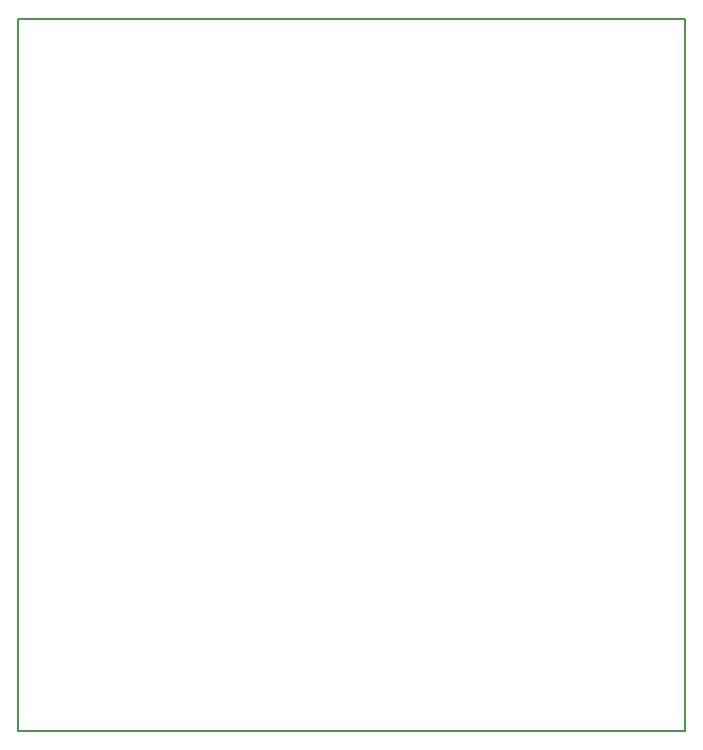
<source format=gm1>
G04 #@! TF.FileFunction,Profile,NP*
%FSLAX46Y46*%
G04 Gerber Fmt 4.6, Leading zero omitted, Abs format (unit mm)*
G04 Created by KiCad (PCBNEW 4.0.1-stable) date 16.12.2015 23:49:10*
%MOMM*%
G01*
G04 APERTURE LIST*
%ADD10C,0.100000*%
%ADD11C,0.150000*%
G04 APERTURE END LIST*
D10*
D11*
X129540000Y-130810000D02*
X129540000Y-70485000D01*
X186055000Y-130810000D02*
X129540000Y-130810000D01*
X186055000Y-70485000D02*
X186055000Y-130810000D01*
X129540000Y-70485000D02*
X186055000Y-70485000D01*
M02*

</source>
